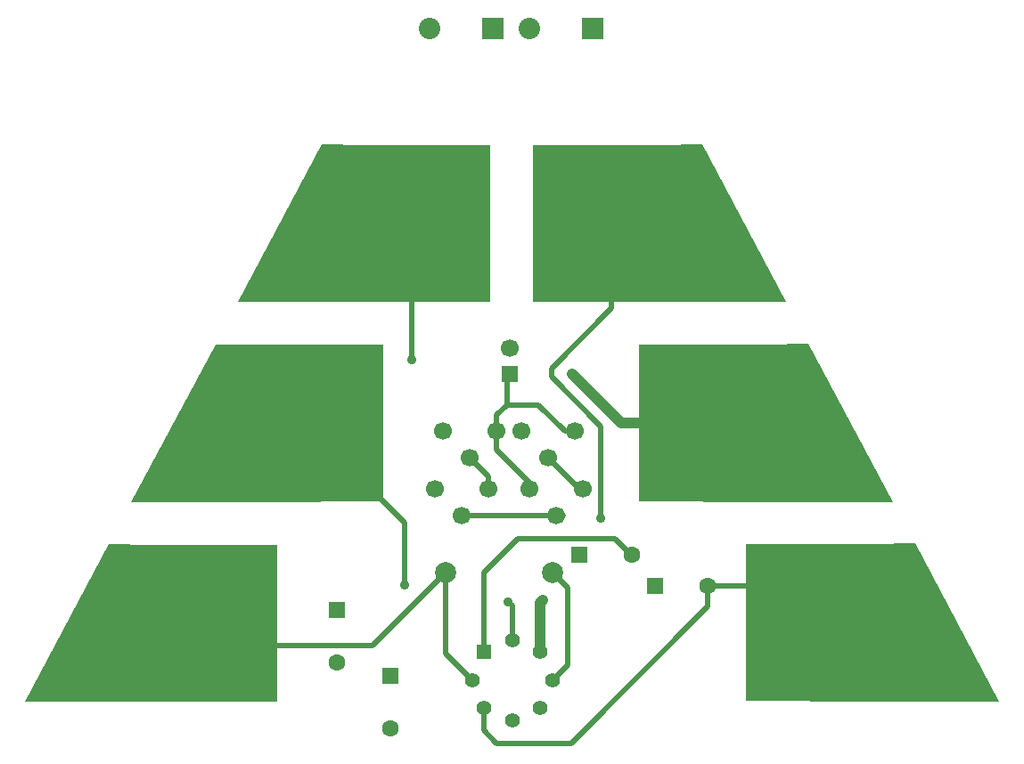
<source format=gtl>
G04 #@! TF.FileFunction,Copper,L1,Top,Signal*
%FSLAX46Y46*%
G04 Gerber Fmt 4.6, Leading zero omitted, Abs format (unit mm)*
G04 Created by KiCad (PCBNEW (2015-11-24 BZR 6329)-product) date Sat 12 Dec 2015 04:54:08 PM EST*
%MOMM*%
G01*
G04 APERTURE LIST*
%ADD10C,0.100000*%
%ADD11R,2.032000X2.032000*%
%ADD12O,2.032000X2.032000*%
%ADD13R,1.600000X1.600000*%
%ADD14C,1.600000*%
%ADD15C,1.700000*%
%ADD16C,1.998980*%
%ADD17R,1.397000X1.397000*%
%ADD18C,1.397000*%
%ADD19R,15.000000X15.000000*%
%ADD20C,0.889000*%
%ADD21C,0.500000*%
%ADD22C,1.000000*%
G04 APERTURE END LIST*
D10*
D11*
X113500000Y-48000000D03*
D12*
X107500000Y-48000000D03*
D11*
X123000000Y-48000000D03*
D12*
X117000000Y-48000000D03*
D13*
X128970000Y-100980000D03*
D14*
X133970000Y-100980000D03*
D13*
X121760000Y-98070000D03*
D14*
X126760000Y-98070000D03*
D13*
X103790000Y-109570000D03*
D14*
X103790000Y-114570000D03*
D13*
X98680000Y-103320000D03*
D14*
X98680000Y-108320000D03*
D13*
X115090000Y-80870000D03*
D15*
X115090000Y-78370000D03*
D16*
X119182500Y-99707500D03*
X109022500Y-99707500D03*
D17*
X112685500Y-107290500D03*
D18*
X111542500Y-109957500D03*
X112685500Y-112624500D03*
X115352500Y-113767500D03*
X118019500Y-112624500D03*
X119162500Y-109957500D03*
X118019500Y-107290500D03*
X115352500Y-106147500D03*
D15*
X119562500Y-94322500D03*
X117022500Y-91782500D03*
X122102500Y-91782500D03*
X110562500Y-94322500D03*
X108022500Y-91782500D03*
X113102500Y-91782500D03*
X118812500Y-88822500D03*
X116272500Y-86282500D03*
X121352500Y-86282500D03*
X111312500Y-88822500D03*
X108772500Y-86282500D03*
X113852500Y-86282500D03*
D10*
G36*
X89290000Y-74030000D02*
X97290000Y-59030000D01*
X99290000Y-59030000D01*
X107290000Y-74030000D01*
X89290000Y-74030000D01*
X89290000Y-74030000D01*
G37*
D19*
X105790000Y-66530000D03*
D10*
G36*
X123400000Y-74020000D02*
X131400000Y-59020000D01*
X133400000Y-59020000D01*
X141400000Y-74020000D01*
X123400000Y-74020000D01*
X123400000Y-74020000D01*
G37*
D19*
X124800000Y-66520000D03*
D10*
G36*
X133500000Y-93000000D02*
X141500000Y-78000000D01*
X143500000Y-78000000D01*
X151500000Y-93000000D01*
X133500000Y-93000000D01*
X133500000Y-93000000D01*
G37*
D19*
X134900000Y-85500000D03*
D10*
G36*
X143630000Y-111970000D02*
X151630000Y-96970000D01*
X153630000Y-96970000D01*
X161630000Y-111970000D01*
X143630000Y-111970000D01*
X143630000Y-111970000D01*
G37*
D19*
X145030000Y-104470000D03*
D10*
G36*
X79180000Y-93030000D02*
X87180000Y-78030000D01*
X89180000Y-78030000D01*
X97180000Y-93030000D01*
X79180000Y-93030000D01*
X79180000Y-93030000D01*
G37*
D19*
X95680000Y-85530000D03*
D10*
G36*
X69070000Y-112030000D02*
X77070000Y-97030000D01*
X79070000Y-97030000D01*
X87070000Y-112030000D01*
X69070000Y-112030000D01*
X69070000Y-112030000D01*
G37*
D19*
X85570000Y-104530000D03*
D20*
X123770000Y-94550000D03*
X105840000Y-79520000D03*
X121040000Y-80820000D03*
X118290000Y-102320000D03*
X115000000Y-102480000D03*
X105170000Y-100920000D03*
D21*
X152630000Y-104470000D02*
X145030000Y-104470000D01*
X133970000Y-100980000D02*
X133970000Y-102960000D01*
X112685500Y-114745500D02*
X112685500Y-112624500D01*
X113890000Y-115950000D02*
X112685500Y-114745500D01*
X120980000Y-115950000D02*
X113890000Y-115950000D01*
X133970000Y-102960000D02*
X120980000Y-115950000D01*
X133520000Y-101010000D02*
X152880000Y-101010000D01*
X132400000Y-66520000D02*
X124800000Y-66520000D01*
X124800000Y-66520000D02*
X124800000Y-74580000D01*
X123770000Y-85830000D02*
X123770000Y-94550000D01*
X119080000Y-81140000D02*
X123770000Y-85830000D01*
X119080000Y-80300000D02*
X119080000Y-81140000D01*
X124800000Y-74580000D02*
X119080000Y-80300000D01*
X126760000Y-98070000D02*
X126680000Y-98070000D01*
X126680000Y-98070000D02*
X125110000Y-96500000D01*
X125110000Y-96500000D02*
X115900000Y-96500000D01*
X115900000Y-96500000D02*
X112685500Y-99714500D01*
X112685500Y-99714500D02*
X112685500Y-107290500D01*
X120602500Y-101127500D02*
X120602500Y-108517500D01*
X120602500Y-108517500D02*
X119162500Y-109957500D01*
X119182500Y-99707500D02*
X120602500Y-101127500D01*
X110562500Y-94322500D02*
X110602500Y-94362500D01*
X119162500Y-110017500D02*
X119162500Y-109957500D01*
X119562500Y-94322500D02*
X120222500Y-94322500D01*
X119562500Y-94322500D02*
X110562500Y-94322500D01*
X105790000Y-66530000D02*
X105790000Y-79470000D01*
X105790000Y-79470000D02*
X105840000Y-79520000D01*
X113852500Y-86282500D02*
X113852500Y-84782500D01*
X114852500Y-83782500D02*
X114852500Y-81107500D01*
X114852500Y-81107500D02*
X115090000Y-80870000D01*
X108022500Y-91782500D02*
X108022500Y-91452500D01*
X121352500Y-86282500D02*
X120352500Y-86282500D01*
X113852500Y-88032500D02*
X113852500Y-86282500D01*
X117022500Y-91202500D02*
X113852500Y-88032500D01*
X117022500Y-91782500D02*
X117022500Y-91202500D01*
X113852500Y-84782500D02*
X114852500Y-83782500D01*
X114852500Y-83782500D02*
X113852500Y-84782500D01*
X120352500Y-86282500D02*
X117852500Y-83782500D01*
X117852500Y-83782500D02*
X114852500Y-83782500D01*
X109022500Y-99707500D02*
X102090000Y-106640000D01*
X102090000Y-106640000D02*
X76000000Y-106640000D01*
X109022500Y-107437500D02*
X111542500Y-109957500D01*
X109022500Y-99707500D02*
X109022500Y-107437500D01*
X108352500Y-99707500D02*
X109022500Y-99707500D01*
D22*
X134900000Y-85500000D02*
X142500000Y-85500000D01*
X121040000Y-80820000D02*
X125720000Y-85500000D01*
X125720000Y-85500000D02*
X134900000Y-85500000D01*
D21*
X127790000Y-79320000D02*
X127790000Y-92445000D01*
D22*
X118019500Y-102590500D02*
X118290000Y-102320000D01*
X118019500Y-107290500D02*
X118019500Y-102590500D01*
D21*
X95680000Y-85530000D02*
X105170000Y-95020000D01*
X115352500Y-102832500D02*
X115352500Y-106147500D01*
X115000000Y-102480000D02*
X115352500Y-102832500D01*
X105170000Y-95020000D02*
X105170000Y-100920000D01*
X98980000Y-84780000D02*
X99450000Y-85250000D01*
X122102500Y-91782500D02*
X121772500Y-91782500D01*
X121772500Y-91782500D02*
X118812500Y-88822500D01*
X113102500Y-90612500D02*
X111312500Y-88822500D01*
X113102500Y-91782500D02*
X113102500Y-90612500D01*
M02*

</source>
